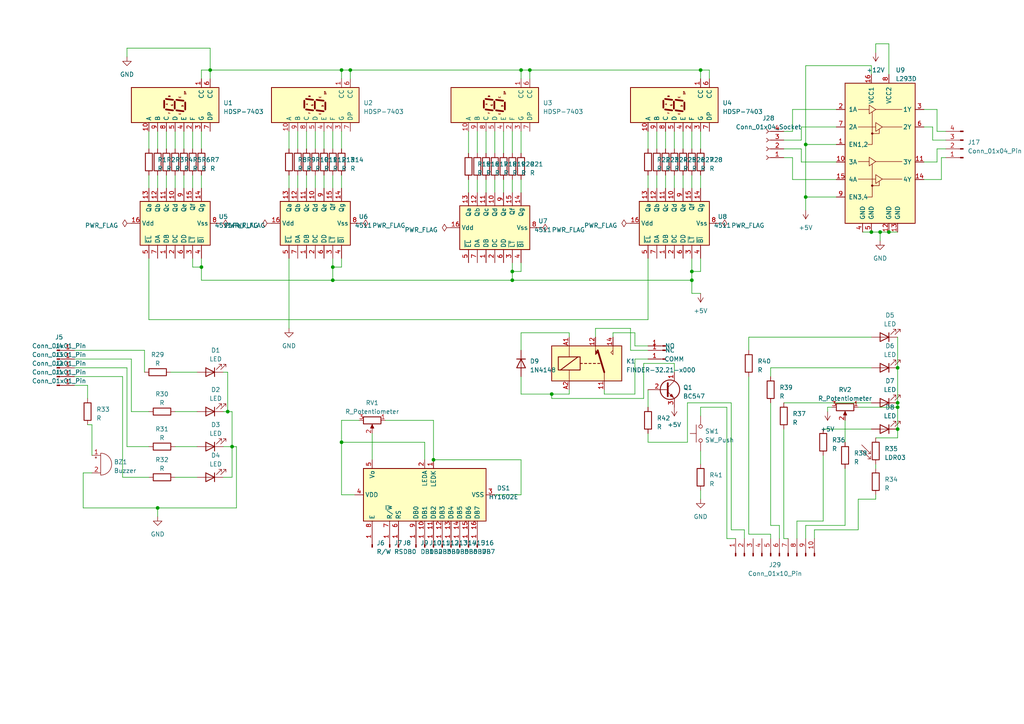
<source format=kicad_sch>
(kicad_sch (version 20230121) (generator eeschema)
  (paper "A4")
  (lib_symbols
    (symbol "4xxx_IEEE:4511"
      (property "Reference" "U" (at 8.89 11.43 0))
      (property "Value" "4511" (at 8.89 -11.43 0))
      (symbol "4511_1_1"
        (pin input line (at -10.16 2.54 0) (length 3.81) (name "DB") (number "1"))
        (pin output line (at 10.16 0 180) (length 3.81) (name "Qd") (number "10"))
        (pin output line (at 10.16 2.54 180) (length 3.81) (name "Qc") (number "11"))
        (pin output line (at 10.16 5.08 180) (length 3.81) (name "Qb") (number "12"))
        (pin output line (at 10.16 7.62 180) (length 3.81) (name "Qa") (number "13"))
        (pin output line (at 10.16 -7.62 180) (length 3.81) (name "Qg") (number "14"))
        (pin output line (at 10.16 -5.08 180) (length 3.81) (name "Qf") (number "15"))
        (pin power_in line (at 0 12.7 270) (length 2.54) (name "Vdd") (number "16"))
        (pin input line (at -10.16 0 0) (length 3.81) (name "DC") (number "2"))
        (pin input line (at -10.16 -5.08 0) (length 3.81) (name "~{LT}") (number "3"))
        (pin input line (at -10.16 -7.62 0) (length 3.81) (name "~{BI}") (number "4"))
        (pin input line (at -10.16 7.62 0) (length 3.81) (name "~{EL}") (number "5"))
        (pin input line (at -10.16 -2.54 0) (length 3.81) (name "DD") (number "6"))
        (pin input line (at -10.16 5.08 0) (length 3.81) (name "DA") (number "7"))
        (pin power_in line (at 0 -12.7 90) (length 2.54) (name "Vss") (number "8"))
        (pin output line (at 10.16 -2.54 180) (length 3.81) (name "Qe") (number "9"))
      )
    )
    (symbol "Connector:Conn_01x01_Pin" (pin_names (offset 1.016) hide)
      (property "Reference" "J" (at 0 2.54 0))
      (property "Value" "Conn_01x01_Pin" (at 0 -2.54 0))
      (symbol "Conn_01x01_Pin_1_1"
        (pin passive line (at 5.08 0 180) (length 3.81) (name "Pin_1") (number "1"))
      )
    )
    (symbol "Connector:Conn_01x04_Pin" (pin_names (offset 1.016) hide)
      (property "Reference" "J" (at 0 5.08 0))
      (property "Value" "Conn_01x04_Pin" (at 0 -7.62 0))
      (symbol "Conn_01x04_Pin_1_1"
        (pin passive line (at 5.08 2.54 180) (length 3.81) (name "Pin_1") (number "1"))
        (pin passive line (at 5.08 0 180) (length 3.81) (name "Pin_2") (number "2"))
        (pin passive line (at 5.08 -2.54 180) (length 3.81) (name "Pin_3") (number "3"))
        (pin passive line (at 5.08 -5.08 180) (length 3.81) (name "Pin_4") (number "4"))
      )
    )
    (symbol "Connector:Conn_01x04_Socket" (pin_names (offset 1.016) hide)
      (property "Reference" "J" (at 0 5.08 0))
      (property "Value" "Conn_01x04_Socket" (at 0 -7.62 0))
      (symbol "Conn_01x04_Socket_1_1"
        (pin passive line (at -5.08 2.54 0) (length 3.81) (name "Pin_1") (number "1"))
        (pin passive line (at -5.08 0 0) (length 3.81) (name "Pin_2") (number "2"))
        (pin passive line (at -5.08 -2.54 0) (length 3.81) (name "Pin_3") (number "3"))
        (pin passive line (at -5.08 -5.08 0) (length 3.81) (name "Pin_4") (number "4"))
      )
    )
    (symbol "Connector:Conn_01x10_Pin" (pin_names (offset 1.016) hide)
      (property "Reference" "J" (at 0 12.7 0))
      (property "Value" "Conn_01x10_Pin" (at 0 -15.24 0))
      (symbol "Conn_01x10_Pin_1_1"
        (pin passive line (at 5.08 10.16 180) (length 3.81) (name "Pin_1") (number "1"))
        (pin passive line (at 5.08 -12.7 180) (length 3.81) (name "Pin_10") (number "10"))
        (pin passive line (at 5.08 7.62 180) (length 3.81) (name "Pin_2") (number "2"))
        (pin passive line (at 5.08 5.08 180) (length 3.81) (name "Pin_3") (number "3"))
        (pin passive line (at 5.08 2.54 180) (length 3.81) (name "Pin_4") (number "4"))
        (pin passive line (at 5.08 0 180) (length 3.81) (name "Pin_5") (number "5"))
        (pin passive line (at 5.08 -2.54 180) (length 3.81) (name "Pin_6") (number "6"))
        (pin passive line (at 5.08 -5.08 180) (length 3.81) (name "Pin_7") (number "7"))
        (pin passive line (at 5.08 -7.62 180) (length 3.81) (name "Pin_8") (number "8"))
        (pin passive line (at 5.08 -10.16 180) (length 3.81) (name "Pin_9") (number "9"))
      )
    )
    (symbol "Device:Buzzer" (pin_names (offset 0.0254) hide)
      (property "Reference" "BZ" (at 3.81 1.27 0))
      (property "Value" "Buzzer" (at 3.81 -1.27 0))
      (symbol "Buzzer_1_1"
        (pin passive line (at -2.54 2.54 0) (length 2.54) (name "-") (number "1"))
        (pin passive line (at -2.54 -2.54 0) (length 2.54) (name "+") (number "2"))
      )
    )
    (symbol "Device:LED" (pin_numbers hide) (pin_names (offset 1.016) hide)
      (property "Reference" "D" (at 0 2.54 0))
      (property "Value" "LED" (at 0 -2.54 0))
      (symbol "LED_1_1"
        (pin passive line (at -3.81 0 0) (length 2.54) (name "K") (number "1"))
        (pin passive line (at 3.81 0 180) (length 2.54) (name "A") (number "2"))
      )
    )
    (symbol "Device:R" (pin_numbers hide) (pin_names (offset 0))
      (property "Reference" "R" (at 2.032 0 90))
      (property "Value" "R" (at 0 0 90))
      (symbol "R_1_1"
        (pin passive line (at 0 3.81 270) (length 1.27) (name "~") (number "1"))
        (pin passive line (at 0 -3.81 90) (length 1.27) (name "~") (number "2"))
      )
    )
    (symbol "Device:R_Potentiometer" (pin_names (offset 1.016) hide)
      (property "Reference" "RV" (at -4.445 0 90))
      (property "Value" "R_Potentiometer" (at -2.54 0 90))
      (symbol "R_Potentiometer_1_1"
        (pin passive line (at 0 3.81 270) (length 1.27) (name "1") (number "1"))
        (pin passive line (at 3.81 0 180) (length 1.27) (name "2") (number "2"))
        (pin passive line (at 0 -3.81 90) (length 1.27) (name "3") (number "3"))
      )
    )
    (symbol "Diode:1N4148" (pin_numbers hide) (pin_names hide)
      (property "Reference" "D" (at 0 2.54 0))
      (property "Value" "1N4148" (at 0 -2.54 0))
      (symbol "1N4148_1_1"
        (pin passive line (at -3.81 0 0) (length 2.54) (name "K") (number "1"))
        (pin passive line (at 3.81 0 180) (length 2.54) (name "A") (number "2"))
      )
    )
    (symbol "Display_Character:HDSP-7403"
      (property "Reference" "U" (at -3.81 13.97 0))
      (property "Value" "HDSP-7403" (at 6.35 13.97 0))
      (symbol "HDSP-7403_1_0"
        (text "A" (at 0.254 2.413 0) (effects (font (size 0.508 0.508))))
        (text "B" (at 2.54 1.651 0) (effects (font (size 0.508 0.508))))
        (text "C" (at 2.286 -1.397 0) (effects (font (size 0.508 0.508))))
        (text "D" (at -0.254 -2.159 0) (effects (font (size 0.508 0.508))))
        (text "DP" (at 3.556 -2.921 0) (effects (font (size 0.508 0.508))))
        (text "E" (at -2.54 -1.397 0) (effects (font (size 0.508 0.508))))
        (text "F" (at -2.286 1.651 0) (effects (font (size 0.508 0.508))))
        (text "G" (at 0 0.889 0) (effects (font (size 0.508 0.508))))
      )
      (symbol "HDSP-7403_1_1"
        (pin input line (at 7.62 -7.62 180) (length 2.54) (name "CC") (number "1"))
        (pin input line (at -7.62 7.62 0) (length 2.54) (name "A") (number "10"))
        (pin input line (at -7.62 -5.08 0) (length 2.54) (name "F") (number "2"))
        (pin input line (at -7.62 -7.62 0) (length 2.54) (name "G") (number "3"))
        (pin input line (at -7.62 -2.54 0) (length 2.54) (name "E") (number "4"))
        (pin input line (at -7.62 0 0) (length 2.54) (name "D") (number "5"))
        (pin input line (at 7.62 -10.16 180) (length 2.54) (name "CC") (number "6"))
        (pin input line (at -7.62 -10.16 0) (length 2.54) (name "DP") (number "7"))
        (pin input line (at -7.62 2.54 0) (length 2.54) (name "C") (number "8"))
        (pin input line (at -7.62 5.08 0) (length 2.54) (name "B") (number "9"))
      )
    )
    (symbol "Display_Character:HY1602E"
      (property "Reference" "DS" (at -6.096 19.05 0))
      (property "Value" "HY1602E" (at 5.08 19.05 0))
      (symbol "HY1602E_1_1"
        (pin passive line (at 10.16 -2.54 180) (length 2.54) (name "LEDK") (number "1"))
        (pin bidirectional line (at -10.16 0 0) (length 2.54) (name "DB1") (number "10"))
        (pin bidirectional line (at -10.16 -2.54 0) (length 2.54) (name "DB2") (number "11"))
        (pin bidirectional line (at -10.16 -5.08 0) (length 2.54) (name "DB3") (number "12"))
        (pin bidirectional line (at -10.16 -7.62 0) (length 2.54) (name "DB4") (number "13"))
        (pin bidirectional line (at -10.16 -10.16 0) (length 2.54) (name "DB5") (number "14"))
        (pin bidirectional line (at -10.16 -12.7 0) (length 2.54) (name "DB6") (number "15"))
        (pin bidirectional line (at -10.16 -15.24 0) (length 2.54) (name "DB7") (number "16"))
        (pin passive line (at 10.16 0 180) (length 2.54) (name "LEDA") (number "2"))
        (pin power_in line (at 0 -20.32 90) (length 2.54) (name "VSS") (number "3"))
        (pin power_in line (at 0 20.32 270) (length 2.54) (name "VDD") (number "4"))
        (pin input line (at 10.16 15.24 180) (length 2.54) (name "Vo") (number "5"))
        (pin input line (at -10.16 7.62 0) (length 2.54) (name "RS") (number "6"))
        (pin input line (at -10.16 10.16 0) (length 2.54) (name "R/~{W}") (number "7"))
        (pin input line (at -10.16 15.24 0) (length 2.54) (name "E") (number "8"))
        (pin bidirectional line (at -10.16 2.54 0) (length 2.54) (name "DB0") (number "9"))
      )
    )
    (symbol "Driver_Motor:L293D" (pin_names (offset 1.016))
      (property "Reference" "U" (at -5.08 26.035 0))
      (property "Value" "L293D" (at -5.08 24.13 0))
      (symbol "L293D_1_1"
        (pin input line (at -12.7 5.08 0) (length 2.54) (name "EN1,2") (number "1"))
        (pin input line (at -12.7 0 0) (length 2.54) (name "3A") (number "10"))
        (pin output line (at 12.7 0 180) (length 2.54) (name "3Y") (number "11"))
        (pin power_in line (at 2.54 -20.32 90) (length 2.54) (name "GND") (number "12"))
        (pin power_in line (at 5.08 -20.32 90) (length 2.54) (name "GND") (number "13"))
        (pin output line (at 12.7 -5.08 180) (length 2.54) (name "4Y") (number "14"))
        (pin input line (at -12.7 -5.08 0) (length 2.54) (name "4A") (number "15"))
        (pin power_in line (at -2.54 25.4 270) (length 2.54) (name "VCC1") (number "16"))
        (pin input line (at -12.7 15.24 0) (length 2.54) (name "1A") (number "2"))
        (pin output line (at 12.7 15.24 180) (length 2.54) (name "1Y") (number "3"))
        (pin power_in line (at -5.08 -20.32 90) (length 2.54) (name "GND") (number "4"))
        (pin power_in line (at -2.54 -20.32 90) (length 2.54) (name "GND") (number "5"))
        (pin output line (at 12.7 10.16 180) (length 2.54) (name "2Y") (number "6"))
        (pin input line (at -12.7 10.16 0) (length 2.54) (name "2A") (number "7"))
        (pin power_in line (at 2.54 25.4 270) (length 2.54) (name "VCC2") (number "8"))
        (pin input line (at -12.7 -10.16 0) (length 2.54) (name "EN3,4") (number "9"))
      )
    )
    (symbol "Relay:FINDER-32.21-x000"
      (property "Reference" "K" (at 11.43 3.81 0))
      (property "Value" "FINDER-32.21-x000" (at 11.43 1.27 0))
      (symbol "FINDER-32.21-x000_1_1"
        (pin passive line (at 5.08 -7.62 90) (length 2.54) (name "~") (number "11"))
        (pin passive line (at 2.54 7.62 270) (length 2.54) (name "~") (number "12"))
        (pin passive line (at 7.62 7.62 270) (length 2.54) (name "~") (number "14"))
        (pin passive line (at -5.08 7.62 270) (length 2.54) (name "~") (number "A1"))
        (pin passive line (at -5.08 -7.62 90) (length 2.54) (name "~") (number "A2"))
      )
    )
    (symbol "Sensor_Optical:LDR03" (pin_numbers hide) (pin_names (offset 0))
      (property "Reference" "R" (at -5.08 0 90))
      (property "Value" "LDR03" (at 1.905 0 90))
      (symbol "LDR03_1_1"
        (pin passive line (at 0 3.81 270) (length 1.27) (name "~") (number "1"))
        (pin passive line (at 0 -3.81 90) (length 1.27) (name "~") (number "2"))
      )
    )
    (symbol "Switch:SW_Push" (pin_numbers hide) (pin_names (offset 1.016) hide)
      (property "Reference" "SW" (at 1.27 2.54 0))
      (property "Value" "SW_Push" (at 0 -1.524 0))
      (symbol "SW_Push_0_1"
        (pin passive line (at -5.08 0 0) (length 2.54) (name "1") (number "1"))
        (pin passive line (at 5.08 0 180) (length 2.54) (name "2") (number "2"))
      )
    )
    (symbol "Transistor_BJT:BC547" (pin_names (offset 0) hide)
      (property "Reference" "Q" (at 5.08 1.905 0))
      (property "Value" "BC547" (at 5.08 0 0))
      (symbol "BC547_1_1"
        (pin passive line (at 2.54 5.08 270) (length 2.54) (name "C") (number "1"))
        (pin input line (at -5.08 0 0) (length 5.08) (name "B") (number "2"))
        (pin passive line (at 2.54 -5.08 90) (length 2.54) (name "E") (number "3"))
      )
    )
    (symbol "power:+12V" (power) (pin_names (offset 0))
      (property "Value" "+12V" (at 0 3.556 0))
      (symbol "+12V_1_1"
        (pin power_in line (at 0 0 90) (length 0) hide (name "+12V") (number "1"))
      )
    )
    (symbol "power:+5V" (power) (pin_names (offset 0))
      (property "Value" "+5V" (at 0 3.556 0))
      (symbol "+5V_1_1"
        (pin power_in line (at 0 0 90) (length 0) hide (name "+5V") (number "1"))
      )
    )
    (symbol "power:GND" (power) (pin_names (offset 0))
      (property "Value" "GND" (at 0 -3.81 0))
      (symbol "GND_1_1"
        (pin power_in line (at 0 0 270) (length 0) hide (name "GND") (number "1"))
      )
    )
    (symbol "power:PWR_FLAG" (power) (pin_numbers hide) (pin_names (offset 0) hide)
      (property "Value" "PWR_FLAG" (at 0 3.81 0))
      (symbol "PWR_FLAG_0_0"
        (pin power_out line (at 0 0 90) (length 0) (name "pwr") (number "1"))
      )
    )
  )
  (junction (at 125.73 133.35))
  (junction (at 203.2 20.32))
  (junction (at 101.6 20.32))
  (junction (at 260.35 116.84))
  (junction (at 96.52 77.47))
  (junction (at 151.13 20.32))
  (junction (at 96.52 81.28))
  (junction (at 66.04 119.38))
  (junction (at 257.81 67.31))
  (junction (at 200.66 81.28))
  (junction (at 148.59 78.74))
  (junction (at 233.68 41.91))
  (junction (at 160.02 114.3))
  (junction (at 60.96 20.32))
  (junction (at 260.35 118.11))
  (junction (at 200.66 78.74))
  (junction (at 99.06 128.27))
  (junction (at 252.73 67.31))
  (junction (at 260.35 106.68))
  (junction (at 233.68 57.15))
  (junction (at 58.42 77.47))
  (junction (at 260.35 124.46))
  (junction (at 45.72 147.32))
  (junction (at 255.27 67.31))
  (junction (at 99.06 20.32))
  (junction (at 153.67 20.32))
  (junction (at 148.59 81.28))
  (junction (at 67.31 129.54))
  (wire (pts (xy 21.59 104.14) (xy 38.1 104.14)))
  (wire (pts (xy 55.88 74.93) (xy 55.88 77.47)))
  (wire (pts (xy 123.19 133.35) (xy 123.19 128.27)))
  (wire (pts (xy 260.35 116.84) (xy 260.35 118.11)))
  (wire (pts (xy 200.66 81.28) (xy 200.66 85.09)))
  (wire (pts (xy 60.96 20.32) (xy 60.96 22.86)))
  (wire (pts (xy 160.02 114.3) (xy 165.1 114.3)))
  (wire (pts (xy 233.68 57.15) (xy 242.57 57.15)))
  (wire (pts (xy 67.31 129.54) (xy 67.31 138.43)))
  (wire (pts (xy 60.96 13.97) (xy 60.96 20.32)))
  (wire (pts (xy 48.26 38.1) (xy 48.26 43.18)))
  (wire (pts (xy 143.51 143.51) (xy 151.13 143.51)))
  (wire (pts (xy 187.96 74.93) (xy 187.96 92.71)))
  (wire (pts (xy 210.82 156.21) (xy 213.36 156.21)))
  (wire (pts (xy 271.78 46.99) (xy 271.78 43.18)))
  (wire (pts (xy 43.18 50.8) (xy 43.18 54.61)))
  (wire (pts (xy 45.72 50.8) (xy 45.72 54.61)))
  (wire (pts (xy 186.69 115.57) (xy 160.02 115.57)))
  (wire (pts (xy 45.72 38.1) (xy 45.72 43.18)))
  (wire (pts (xy 135.89 38.1) (xy 135.89 44.45)))
  (wire (pts (xy 200.66 50.8) (xy 200.66 54.61)))
  (wire (pts (xy 50.8 50.8) (xy 50.8 54.61)))
  (wire (pts (xy 64.77 138.43) (xy 67.31 138.43)))
  (wire (pts (xy 148.59 52.07) (xy 148.59 55.88)))
  (wire (pts (xy 177.8 96.52) (xy 184.15 96.52)))
  (wire (pts (xy 96.52 77.47) (xy 96.52 81.28)))
  (wire (pts (xy 223.52 109.22) (xy 223.52 106.68)))
  (wire (pts (xy 270.51 40.64) (xy 274.32 40.64)))
  (wire (pts (xy 203.2 120.65) (xy 203.2 118.11)))
  (wire (pts (xy 58.42 50.8) (xy 58.42 54.61)))
  (wire (pts (xy 151.13 133.35) (xy 125.73 133.35)))
  (wire (pts (xy 227.33 124.46) (xy 227.33 156.21)))
  (wire (pts (xy 184.15 104.14) (xy 187.96 104.14)))
  (wire (pts (xy 58.42 20.32) (xy 60.96 20.32)))
  (wire (pts (xy 227.33 45.72) (xy 229.87 45.72)))
  (wire (pts (xy 91.44 50.8) (xy 91.44 54.61)))
  (wire (pts (xy 21.59 106.68) (xy 36.83 106.68)))
  (wire (pts (xy 24.13 137.16) (xy 24.13 147.32)))
  (wire (pts (xy 64.77 129.54) (xy 67.31 129.54)))
  (wire (pts (xy 88.9 50.8) (xy 88.9 54.61)))
  (wire (pts (xy 184.15 100.33) (xy 187.96 100.33)))
  (wire (pts (xy 271.78 43.18) (xy 274.32 43.18)))
  (wire (pts (xy 99.06 50.8) (xy 99.06 54.61)))
  (wire (pts (xy 200.66 85.09) (xy 203.2 85.09)))
  (wire (pts (xy 151.13 38.1) (xy 151.13 44.45)))
  (wire (pts (xy 182.88 101.6) (xy 187.96 101.6)))
  (wire (pts (xy 203.2 74.93) (xy 203.2 78.74)))
  (wire (pts (xy 36.83 129.54) (xy 36.83 106.68)))
  (wire (pts (xy 257.81 67.31) (xy 260.35 67.31)))
  (wire (pts (xy 96.52 38.1) (xy 96.52 43.18)))
  (wire (pts (xy 186.69 105.41) (xy 186.69 115.57)))
  (wire (pts (xy 135.89 52.07) (xy 135.89 55.88)))
  (wire (pts (xy 184.15 114.3) (xy 184.15 104.14)))
  (wire (pts (xy 21.59 101.6) (xy 41.91 101.6)))
  (wire (pts (xy 184.15 96.52) (xy 184.15 100.33)))
  (wire (pts (xy 227.33 40.64) (xy 232.41 40.64)))
  (wire (pts (xy 254 134.62) (xy 254 135.89)))
  (wire (pts (xy 199.39 128.27) (xy 199.39 116.84)))
  (wire (pts (xy 165.1 114.3) (xy 165.1 113.03)))
  (wire (pts (xy 93.98 38.1) (xy 93.98 43.18)))
  (wire (pts (xy 64.77 119.38) (xy 66.04 119.38)))
  (wire (pts (xy 21.59 111.76) (xy 25.4 111.76)))
  (wire (pts (xy 99.06 74.93) (xy 99.06 77.47)))
  (wire (pts (xy 198.12 50.8) (xy 198.12 54.61)))
  (wire (pts (xy 35.56 138.43) (xy 35.56 109.22)))
  (wire (pts (xy 238.76 132.08) (xy 238.76 151.13)))
  (wire (pts (xy 38.1 119.38) (xy 38.1 104.14)))
  (wire (pts (xy 151.13 20.32) (xy 153.67 20.32)))
  (wire (pts (xy 217.17 109.22) (xy 217.17 154.94)))
  (wire (pts (xy 252.73 21.59) (xy 252.73 19.05)))
  (wire (pts (xy 64.77 107.95) (xy 66.04 107.95)))
  (wire (pts (xy 148.59 78.74) (xy 148.59 81.28)))
  (wire (pts (xy 43.18 92.71) (xy 43.18 74.93)))
  (wire (pts (xy 226.06 152.4) (xy 226.06 156.21)))
  (wire (pts (xy 151.13 20.32) (xy 151.13 22.86)))
  (wire (pts (xy 58.42 38.1) (xy 58.42 43.18)))
  (wire (pts (xy 43.18 129.54) (xy 36.83 129.54)))
  (wire (pts (xy 250.19 67.31) (xy 252.73 67.31)))
  (wire (pts (xy 233.68 57.15) (xy 233.68 60.96)))
  (wire (pts (xy 187.96 113.03) (xy 187.96 118.11)))
  (wire (pts (xy 227.33 43.18) (xy 232.41 43.18)))
  (wire (pts (xy 99.06 143.51) (xy 102.87 143.51)))
  (wire (pts (xy 203.2 118.11) (xy 210.82 118.11)))
  (wire (pts (xy 245.11 152.4) (xy 233.68 152.4)))
  (wire (pts (xy 151.13 114.3) (xy 160.02 114.3)))
  (wire (pts (xy 55.88 50.8) (xy 55.88 54.61)))
  (wire (pts (xy 58.42 74.93) (xy 58.42 77.47)))
  (wire (pts (xy 199.39 116.84) (xy 212.09 116.84)))
  (wire (pts (xy 66.04 107.95) (xy 66.04 119.38)))
  (wire (pts (xy 53.34 38.1) (xy 53.34 43.18)))
  (wire (pts (xy 50.8 129.54) (xy 57.15 129.54)))
  (wire (pts (xy 229.87 31.75) (xy 229.87 38.1)))
  (wire (pts (xy 203.2 78.74) (xy 200.66 78.74)))
  (wire (pts (xy 260.35 124.46) (xy 260.35 127)))
  (wire (pts (xy 50.8 138.43) (xy 57.15 138.43)))
  (wire (pts (xy 260.35 106.68) (xy 260.35 116.84)))
  (wire (pts (xy 252.73 19.05) (xy 233.68 19.05)))
  (wire (pts (xy 177.8 97.79) (xy 177.8 96.52)))
  (wire (pts (xy 67.31 129.54) (xy 68.58 129.54)))
  (wire (pts (xy 212.09 153.67) (xy 215.9 153.67)))
  (wire (pts (xy 187.96 128.27) (xy 199.39 128.27)))
  (wire (pts (xy 254 12.7) (xy 254 15.24)))
  (wire (pts (xy 217.17 97.79) (xy 217.17 101.6)))
  (wire (pts (xy 151.13 101.6) (xy 151.13 96.52)))
  (wire (pts (xy 260.35 118.11) (xy 260.35 124.46)))
  (wire (pts (xy 267.97 46.99) (xy 271.78 46.99)))
  (wire (pts (xy 257.81 21.59) (xy 257.81 12.7)))
  (wire (pts (xy 83.82 74.93) (xy 83.82 95.25)))
  (wire (pts (xy 223.52 116.84) (xy 223.52 152.4)))
  (wire (pts (xy 146.05 52.07) (xy 146.05 55.88)))
  (wire (pts (xy 260.35 97.79) (xy 260.35 106.68)))
  (wire (pts (xy 138.43 52.07) (xy 138.43 55.88)))
  (wire (pts (xy 242.57 36.83) (xy 232.41 36.83)))
  (wire (pts (xy 233.68 41.91) (xy 242.57 41.91)))
  (wire (pts (xy 231.14 151.13) (xy 231.14 156.21)))
  (wire (pts (xy 111.76 121.92) (xy 125.73 121.92)))
  (wire (pts (xy 203.2 130.81) (xy 203.2 134.62)))
  (wire (pts (xy 203.2 20.32) (xy 205.74 20.32)))
  (wire (pts (xy 83.82 38.1) (xy 83.82 43.18)))
  (wire (pts (xy 104.14 121.92) (xy 99.06 121.92)))
  (wire (pts (xy 165.1 96.52) (xy 165.1 97.79)))
  (wire (pts (xy 233.68 19.05) (xy 233.68 41.91)))
  (wire (pts (xy 175.26 114.3) (xy 184.15 114.3)))
  (wire (pts (xy 242.57 52.07) (xy 229.87 52.07)))
  (wire (pts (xy 271.78 38.1) (xy 274.32 38.1)))
  (wire (pts (xy 148.59 81.28) (xy 200.66 81.28)))
  (wire (pts (xy 36.83 13.97) (xy 60.96 13.97)))
  (wire (pts (xy 83.82 50.8) (xy 83.82 54.61)))
  (wire (pts (xy 260.35 127) (xy 254 127)))
  (wire (pts (xy 257.81 12.7) (xy 254 12.7)))
  (wire (pts (xy 182.88 95.25) (xy 182.88 101.6)))
  (wire (pts (xy 252.73 67.31) (xy 255.27 67.31)))
  (wire (pts (xy 50.8 119.38) (xy 57.15 119.38)))
  (wire (pts (xy 270.51 36.83) (xy 270.51 40.64)))
  (wire (pts (xy 66.04 119.38) (xy 67.31 119.38)))
  (wire (pts (xy 96.52 50.8) (xy 96.52 54.61)))
  (wire (pts (xy 236.22 153.67) (xy 236.22 156.21)))
  (wire (pts (xy 195.58 50.8) (xy 195.58 54.61)))
  (wire (pts (xy 99.06 20.32) (xy 101.6 20.32)))
  (wire (pts (xy 99.06 20.32) (xy 99.06 22.86)))
  (wire (pts (xy 58.42 77.47) (xy 58.42 81.28)))
  (wire (pts (xy 255.27 67.31) (xy 255.27 69.85)))
  (wire (pts (xy 227.33 116.84) (xy 252.73 116.84)))
  (wire (pts (xy 172.72 97.79) (xy 172.72 95.25)))
  (wire (pts (xy 195.58 105.41) (xy 186.69 105.41)))
  (wire (pts (xy 43.18 138.43) (xy 35.56 138.43)))
  (wire (pts (xy 245.11 121.92) (xy 245.11 128.27)))
  (wire (pts (xy 86.36 38.1) (xy 86.36 43.18)))
  (wire (pts (xy 267.97 52.07) (xy 273.05 52.07)))
  (wire (pts (xy 175.26 113.03) (xy 175.26 114.3)))
  (wire (pts (xy 148.59 38.1) (xy 148.59 44.45)))
  (wire (pts (xy 43.18 119.38) (xy 38.1 119.38)))
  (wire (pts (xy 248.92 118.11) (xy 260.35 118.11)))
  (wire (pts (xy 48.26 50.8) (xy 48.26 54.61)))
  (wire (pts (xy 172.72 95.25) (xy 182.88 95.25)))
  (wire (pts (xy 238.76 124.46) (xy 252.73 124.46)))
  (wire (pts (xy 254 143.51) (xy 254 144.78)))
  (wire (pts (xy 140.97 38.1) (xy 140.97 44.45)))
  (wire (pts (xy 151.13 96.52) (xy 165.1 96.52)))
  (wire (pts (xy 193.04 50.8) (xy 193.04 54.61)))
  (wire (pts (xy 96.52 74.93) (xy 96.52 77.47)))
  (wire (pts (xy 200.66 74.93) (xy 200.66 78.74)))
  (wire (pts (xy 242.57 46.99) (xy 232.41 46.99)))
  (wire (pts (xy 223.52 106.68) (xy 252.73 106.68)))
  (wire (pts (xy 242.57 31.75) (xy 229.87 31.75)))
  (wire (pts (xy 223.52 154.94) (xy 217.17 154.94)))
  (wire (pts (xy 187.96 50.8) (xy 187.96 54.61)))
  (wire (pts (xy 53.34 50.8) (xy 53.34 54.61)))
  (wire (pts (xy 271.78 31.75) (xy 271.78 38.1)))
  (wire (pts (xy 241.3 118.11) (xy 240.03 118.11)))
  (wire (pts (xy 99.06 38.1) (xy 99.06 43.18)))
  (wire (pts (xy 143.51 38.1) (xy 143.51 44.45)))
  (wire (pts (xy 160.02 115.57) (xy 160.02 114.3)))
  (wire (pts (xy 187.96 92.71) (xy 43.18 92.71)))
  (wire (pts (xy 55.88 77.47) (xy 58.42 77.47)))
  (wire (pts (xy 101.6 20.32) (xy 151.13 20.32)))
  (wire (pts (xy 248.92 144.78) (xy 248.92 153.67)))
  (wire (pts (xy 229.87 38.1) (xy 227.33 38.1)))
  (wire (pts (xy 91.44 38.1) (xy 91.44 43.18)))
  (wire (pts (xy 96.52 81.28) (xy 148.59 81.28)))
  (wire (pts (xy 203.2 20.32) (xy 203.2 22.86)))
  (wire (pts (xy 205.74 20.32) (xy 205.74 22.86)))
  (wire (pts (xy 248.92 153.67) (xy 236.22 153.67)))
  (wire (pts (xy 232.41 46.99) (xy 232.41 43.18)))
  (wire (pts (xy 232.41 36.83) (xy 232.41 40.64)))
  (wire (pts (xy 107.95 125.73) (xy 107.95 133.35)))
  (wire (pts (xy 101.6 20.32) (xy 101.6 22.86)))
  (wire (pts (xy 151.13 78.74) (xy 148.59 78.74)))
  (wire (pts (xy 26.67 123.19) (xy 25.4 123.19)))
  (wire (pts (xy 187.96 38.1) (xy 187.96 43.18)))
  (wire (pts (xy 195.58 38.1) (xy 195.58 43.18)))
  (wire (pts (xy 267.97 31.75) (xy 271.78 31.75)))
  (wire (pts (xy 215.9 153.67) (xy 215.9 156.21)))
  (wire (pts (xy 151.13 76.2) (xy 151.13 78.74)))
  (wire (pts (xy 212.09 116.84) (xy 212.09 153.67)))
  (wire (pts (xy 99.06 121.92) (xy 99.06 128.27)))
  (wire (pts (xy 233.68 152.4) (xy 233.68 156.21)))
  (wire (pts (xy 45.72 147.32) (xy 45.72 149.86)))
  (wire (pts (xy 273.05 52.07) (xy 273.05 45.72)))
  (wire (pts (xy 240.03 118.11) (xy 240.03 119.38)))
  (wire (pts (xy 26.67 132.08) (xy 26.67 123.19)))
  (wire (pts (xy 153.67 20.32) (xy 203.2 20.32)))
  (wire (pts (xy 210.82 118.11) (xy 210.82 156.21)))
  (wire (pts (xy 254 144.78) (xy 248.92 144.78)))
  (wire (pts (xy 25.4 115.57) (xy 25.4 111.76)))
  (wire (pts (xy 223.52 156.21) (xy 223.52 154.94)))
  (wire (pts (xy 151.13 52.07) (xy 151.13 55.88)))
  (wire (pts (xy 203.2 142.24) (xy 203.2 144.78)))
  (wire (pts (xy 229.87 52.07) (xy 229.87 45.72)))
  (wire (pts (xy 50.8 38.1) (xy 50.8 43.18)))
  (wire (pts (xy 58.42 81.28) (xy 96.52 81.28)))
  (wire (pts (xy 148.59 76.2) (xy 148.59 78.74)))
  (wire (pts (xy 49.53 107.95) (xy 57.15 107.95)))
  (wire (pts (xy 151.13 109.22) (xy 151.13 114.3)))
  (wire (pts (xy 200.66 38.1) (xy 200.66 43.18)))
  (wire (pts (xy 138.43 38.1) (xy 138.43 44.45)))
  (wire (pts (xy 273.05 45.72) (xy 274.32 45.72)))
  (wire (pts (xy 60.96 20.32) (xy 99.06 20.32)))
  (wire (pts (xy 36.83 16.51) (xy 36.83 13.97)))
  (wire (pts (xy 190.5 38.1) (xy 190.5 43.18)))
  (wire (pts (xy 45.72 147.32) (xy 68.58 147.32)))
  (wire (pts (xy 24.13 147.32) (xy 45.72 147.32)))
  (wire (pts (xy 86.36 50.8) (xy 86.36 54.61)))
  (wire (pts (xy 200.66 78.74) (xy 200.66 81.28)))
  (wire (pts (xy 198.12 38.1) (xy 198.12 43.18)))
  (wire (pts (xy 153.67 20.32) (xy 153.67 22.86)))
  (wire (pts (xy 203.2 50.8) (xy 203.2 54.61)))
  (wire (pts (xy 223.52 152.4) (xy 226.06 152.4)))
  (wire (pts (xy 43.18 38.1) (xy 43.18 43.18)))
  (wire (pts (xy 68.58 147.32) (xy 68.58 129.54)))
  (wire (pts (xy 195.58 107.95) (xy 195.58 105.41)))
  (wire (pts (xy 93.98 50.8) (xy 93.98 54.61)))
  (wire (pts (xy 21.59 109.22) (xy 35.56 109.22)))
  (wire (pts (xy 99.06 77.47) (xy 96.52 77.47)))
  (wire (pts (xy 88.9 38.1) (xy 88.9 43.18)))
  (wire (pts (xy 58.42 20.32) (xy 58.42 22.86)))
  (wire (pts (xy 151.13 143.51) (xy 151.13 133.35)))
  (wire (pts (xy 146.05 38.1) (xy 146.05 44.45)))
  (wire (pts (xy 99.06 128.27) (xy 99.06 143.51)))
  (wire (pts (xy 140.97 52.07) (xy 140.97 55.88)))
  (wire (pts (xy 193.04 38.1) (xy 193.04 43.18)))
  (wire (pts (xy 99.06 128.27) (xy 123.19 128.27)))
  (wire (pts (xy 245.11 135.89) (xy 245.11 152.4)))
  (wire (pts (xy 41.91 107.95) (xy 41.91 101.6)))
  (wire (pts (xy 227.33 156.21) (xy 228.6 156.21)))
  (wire (pts (xy 252.73 97.79) (xy 217.17 97.79)))
  (wire (pts (xy 187.96 125.73) (xy 187.96 128.27)))
  (wire (pts (xy 125.73 121.92) (xy 125.73 133.35)))
  (wire (pts (xy 238.76 151.13) (xy 231.14 151.13)))
  (wire (pts (xy 255.27 67.31) (xy 257.81 67.31)))
  (wire (pts (xy 55.88 38.1) (xy 55.88 43.18)))
  (wire (pts (xy 143.51 52.07) (xy 143.51 55.88)))
  (wire (pts (xy 233.68 41.91) (xy 233.68 57.15)))
  (wire (pts (xy 190.5 50.8) (xy 190.5 54.61)))
  (wire (pts (xy 267.97 36.83) (xy 270.51 36.83)))
  (wire (pts (xy 203.2 38.1) (xy 203.2 43.18)))
  (wire (pts (xy 26.67 137.16) (xy 24.13 137.16)))
  (wire (pts (xy 67.31 119.38) (xy 67.31 129.54)))
  (symbol (lib_id "power:PWR_FLAG") (at 182.88 64.77 90) (unit 1)
    (property "Reference" "#FLG07" (effects hide))
    (property "Value" "PWR_FLAG" (at 179.07 65.405 90) (effects (justify left)))
  )
  (symbol (lib_id "power:PWR_FLAG") (at 156.21 66.04 270) (unit 1)
    (property "Reference" "#FLG05" (effects hide))
    (property "Value" "PWR_FLAG" (at 160.02 66.675 90) (effects (justify left)))
  )
  (symbol (lib_id "Device:R") (at 46.99 138.43 90) (unit 1)
    (property "Reference" "R32" (at 46.99 133.35 90))
    (property "Value" "R" (at 46.99 135.89 90))
  )
  (symbol (lib_id "Device:R") (at 88.9 46.99 0) (unit 1)
    (property "Reference" "R10" (at 91.44 46.355 0) (effects (justify left)))
    (property "Value" "R" (at 91.44 48.895 0) (effects (justify left)))
  )
  (symbol (lib_id "Device:R") (at 140.97 48.26 0) (unit 1)
    (property "Reference" "R17" (at 143.51 47.625 0) (effects (justify left)))
    (property "Value" "R" (at 143.51 50.165 0) (effects (justify left)))
  )
  (symbol (lib_id "power:+5V") (at 233.68 60.96 180) (unit 1)
    (property "Reference" "#PWR010" (effects hide))
    (property "Value" "+5V" (at 233.68 66.04 0))
  )
  (symbol (lib_id "Device:R") (at 43.18 46.99 0) (unit 1)
    (property "Reference" "R1" (at 45.72 46.355 0) (effects (justify left)))
    (property "Value" "R" (at 45.72 48.895 0) (effects (justify left)))
  )
  (symbol (lib_id "Device:R") (at 203.2 138.43 0) (unit 1)
    (property "Reference" "R41" (at 205.74 137.795 0) (effects (justify left)))
    (property "Value" "R" (at 205.74 140.335 0) (effects (justify left)))
  )
  (symbol (lib_id "4xxx_IEEE:4511") (at 50.8 64.77 90) (unit 1)
    (property "Reference" "U5" (at 64.77 62.8397 90))
    (property "Value" "4511" (at 64.77 65.3797 90))
  )
  (symbol (lib_id "Device:R") (at 138.43 48.26 0) (unit 1)
    (property "Reference" "R16" (at 140.97 47.625 0) (effects (justify left)))
    (property "Value" "R" (at 140.97 50.165 0) (effects (justify left)))
  )
  (symbol (lib_id "Device:R") (at 143.51 48.26 0) (unit 1)
    (property "Reference" "R18" (at 146.05 47.625 0) (effects (justify left)))
    (property "Value" "R" (at 146.05 50.165 0) (effects (justify left)))
  )
  (symbol (lib_id "Device:R") (at 45.72 46.99 180) (unit 1)
    (property "Reference" "R2" (at 48.26 46.355 0) (effects (justify right)))
    (property "Value" "R" (at 48.26 48.895 0) (effects (justify right)))
  )
  (symbol (lib_id "Connector:Conn_01x01_Pin") (at 138.43 158.75 90) (unit 1)
    (property "Reference" "J16" (at 139.7 157.48 90) (effects (justify right)))
    (property "Value" "DB7" (at 139.7 160.02 90) (effects (justify right)))
  )
  (symbol (lib_id "Device:R") (at 198.12 46.99 0) (unit 1)
    (property "Reference" "R26" (at 200.66 46.355 0) (effects (justify left)))
    (property "Value" "R" (at 200.66 48.895 0) (effects (justify left)))
  )
  (symbol (lib_id "Connector:Conn_01x01_Pin") (at 125.73 158.75 90) (unit 1)
    (property "Reference" "J11" (at 127 157.48 90) (effects (justify right)))
    (property "Value" "DB3" (at 127 160.02 90) (effects (justify right)))
  )
  (symbol (lib_id "Device:R") (at 96.52 46.99 0) (unit 1)
    (property "Reference" "R13" (at 99.06 46.355 0) (effects (justify left)))
    (property "Value" "R" (at 99.06 48.895 0) (effects (justify left)))
  )
  (symbol (lib_id "Connector:Conn_01x01_Pin") (at 193.04 104.14 180) (unit 1)
    (property "Reference" "J27" (effects hide))
    (property "Value" "COMM" (at 195.58 104.14 0))
  )
  (symbol (lib_id "4xxx_IEEE:4511") (at 143.51 66.04 90) (unit 1)
    (property "Reference" "U7" (at 157.48 64.1097 90))
    (property "Value" "4511" (at 157.48 66.6497 90))
  )
  (symbol (lib_id "Device:LED") (at 256.54 124.46 180) (unit 1)
    (property "Reference" "D8" (at 258.1275 118.11 0))
    (property "Value" "LED" (at 258.1275 120.65 0))
  )
  (symbol (lib_id "Device:Buzzer") (at 29.21 134.62 0) (unit 1)
    (property "Reference" "BZ1" (at 33.02 133.985 0) (effects (justify left)))
    (property "Value" "Buzzer" (at 33.02 136.525 0) (effects (justify left)))
  )
  (symbol (lib_id "Connector:Conn_01x01_Pin") (at 193.04 100.33 180) (unit 1)
    (property "Reference" "J25" (effects hide))
    (property "Value" "NO" (at 194.31 100.33 0))
  )
  (symbol (lib_id "Connector:Conn_01x04_Socket") (at 222.25 43.18 180) (unit 1)
    (property "Reference" "J28" (at 222.885 34.29 0))
    (property "Value" "Conn_01x04_Socket" (at 222.885 36.83 0))
  )
  (symbol (lib_id "Device:R") (at 146.05 48.26 0) (unit 1)
    (property "Reference" "R19" (at 148.59 47.625 0) (effects (justify left)))
    (property "Value" "R" (at 148.59 50.165 0) (effects (justify left)))
  )
  (symbol (lib_id "Device:R") (at 245.11 132.08 0) (unit 1)
    (property "Reference" "R38" (at 247.65 131.445 0) (effects (justify left)))
    (property "Value" "R" (at 247.65 133.985 0) (effects (justify left)))
  )
  (symbol (lib_id "Device:R") (at 200.66 46.99 0) (unit 1)
    (property "Reference" "R27" (at 203.2 46.355 0) (effects (justify left)))
    (property "Value" "R" (at 203.2 48.895 0) (effects (justify left)))
  )
  (symbol (lib_id "power:+5V") (at 195.58 118.11 180) (unit 1)
    (property "Reference" "#PWR06" (effects hide))
    (property "Value" "+5V" (at 195.58 123.19 0))
  )
  (symbol (lib_id "Device:R") (at 46.99 119.38 90) (unit 1)
    (property "Reference" "R30" (at 46.99 114.3 90))
    (property "Value" "R" (at 46.99 116.84 90))
  )
  (symbol (lib_id "Device:R") (at 203.2 46.99 0) (unit 1)
    (property "Reference" "R28" (at 205.74 46.355 0) (effects (justify left)))
    (property "Value" "R" (at 205.74 48.895 0) (effects (justify left)))
  )
  (symbol (lib_id "Device:R") (at 148.59 48.26 0) (unit 1)
    (property "Reference" "R20" (at 151.13 47.625 0) (effects (justify left)))
    (property "Value" "R" (at 151.13 50.165 0) (effects (justify left)))
  )
  (symbol (lib_id "Device:R") (at 193.04 46.99 0) (unit 1)
    (property "Reference" "R24" (at 195.58 46.355 0) (effects (justify left)))
    (property "Value" "R" (at 195.58 48.895 0) (effects (justify left)))
  )
  (symbol (lib_id "Connector:Conn_01x01_Pin") (at 16.51 109.22 0) (unit 1)
    (property "Reference" "J2" (at 17.145 105.41 0))
    (property "Value" "Conn_01x01_Pin" (at 17.145 107.95 0))
  )
  (symbol (lib_id "Connector:Conn_01x01_Pin") (at 120.65 158.75 90) (unit 1)
    (property "Reference" "J9" (at 121.92 157.48 90) (effects (justify right)))
    (property "Value" "DB1" (at 121.92 160.02 90) (effects (justify right)))
  )
  (symbol (lib_id "Diode:1N4148") (at 151.13 105.41 270) (unit 1)
    (property "Reference" "D9" (at 153.67 104.775 90) (effects (justify left)))
    (property "Value" "1N4148" (at 153.67 107.315 90) (effects (justify left)))
    (property "Footprint" "Diode_THT:D_DO-35_SOD27_P7.62mm_Horizontal" (effects hide))
    (property "Datasheet" "https://assets.nexperia.com/documents/data-sheet/1N4148_1N4448.pdf" (effects hide))
    (property "Sim.Device" "D" (effects hide))
    (property "Sim.Pins" "1=K 2=A" (effects hide))
  )
  (symbol (lib_id "Connector:Conn_01x01_Pin") (at 16.51 101.6 0) (unit 1)
    (property "Reference" "J5" (at 17.145 97.79 0))
    (property "Value" "Conn_01x01_Pin" (at 17.145 100.33 0))
  )
  (symbol (lib_id "Connector:Conn_01x10_Pin") (at 223.52 161.29 90) (unit 1)
    (property "Reference" "J29" (at 224.79 163.83 90))
    (property "Value" "Conn_01x10_Pin" (at 224.79 166.37 90))
  )
  (symbol (lib_id "Device:R") (at 45.72 107.95 90) (unit 1)
    (property "Reference" "R29" (at 45.72 102.87 90))
    (property "Value" "R" (at 45.72 105.41 90))
  )
  (symbol (lib_id "Switch:SW_Push") (at 203.2 125.73 90) (unit 1)
    (property "Reference" "SW1" (at 204.47 125.095 90) (effects (justify right)))
    (property "Value" "SW_Push" (at 204.47 127.635 90) (effects (justify right)))
  )
  (symbol (lib_id "Device:R") (at 195.58 46.99 0) (unit 1)
    (property "Reference" "R25" (at 198.12 46.355 0) (effects (justify left)))
    (property "Value" "R" (at 198.12 48.895 0) (effects (justify left)))
  )
  (symbol (lib_id "Device:R") (at 83.82 46.99 0) (unit 1)
    (property "Reference" "R8" (at 86.36 46.355 0) (effects (justify left)))
    (property "Value" "R" (at 86.36 48.895 0) (effects (justify left)))
  )
  (symbol (lib_id "Device:R") (at 46.99 129.54 90) (unit 1)
    (property "Reference" "R31" (at 46.99 124.46 90))
    (property "Value" "R" (at 46.99 127 90))
  )
  (symbol (lib_id "power:GND") (at 45.72 149.86 0) (unit 1)
    (property "Reference" "#PWR07" (effects hide))
    (property "Value" "GND" (at 45.72 154.94 0))
  )
  (symbol (lib_id "Device:LED") (at 256.54 116.84 180) (unit 1)
    (property "Reference" "D7" (at 258.1275 110.49 0))
    (property "Value" "LED" (at 258.1275 113.03 0))
  )
  (symbol (lib_id "Connector:Conn_01x01_Pin") (at 133.35 158.75 90) (unit 1)
    (property "Reference" "J14" (at 134.62 157.48 90) (effects (justify right)))
    (property "Value" "DB6" (at 134.62 160.02 90) (effects (justify right)))
  )
  (symbol (lib_id "power:GND") (at 83.82 95.25 0) (unit 1)
    (property "Reference" "#PWR03" (effects hide))
    (property "Value" "GND" (at 83.82 100.33 0))
  )
  (symbol (lib_id "Display_Character:HDSP-7403") (at 195.58 30.48 90) (unit 1)
    (property "Reference" "U4" (at 209.55 29.845 90) (effects (justify right)))
    (property "Value" "HDSP-7403" (at 209.55 32.385 90) (effects (justify right)))
    (property "Footprint" "Display_7Segment:HDSP-7401" (effects hide))
    (property "Datasheet" "https://docs.broadcom.com/docs/AV02-2553EN" (effects hide))
  )
  (symbol (lib_id "power:+5V") (at 240.03 119.38 180) (unit 1)
    (property "Reference" "#PWR04" (effects hide))
    (property "Value" "+5V" (at 240.03 124.46 0))
  )
  (symbol (lib_id "Device:R") (at 58.42 46.99 0) (unit 1)
    (property "Reference" "R7" (at 60.96 46.355 0) (effects (justify left)))
    (property "Value" "R" (at 60.96 48.895 0) (effects (justify left)))
  )
  (symbol (lib_id "Device:R") (at 135.89 48.26 0) (unit 1)
    (property "Reference" "R15" (at 138.43 47.625 0) (effects (justify left)))
    (property "Value" "R" (at 138.43 50.165 0) (effects (justify left)))
  )
  (symbol (lib_id "power:GND") (at 203.2 144.78 0) (unit 1)
    (property "Reference" "#PWR05" (effects hide))
    (property "Value" "GND" (at 203.2 149.86 0))
  )
  (symbol (lib_id "Device:LED") (at 60.96 107.95 180) (unit 1)
    (property "Reference" "D1" (at 62.5475 101.6 0))
    (property "Value" "LED" (at 62.5475 104.14 0))
  )
  (symbol (lib_id "Connector:Conn_01x01_Pin") (at 128.27 158.75 90) (unit 1)
    (property "Reference" "J12" (at 129.54 157.48 90) (effects (justify right)))
    (property "Value" "DB4" (at 129.54 160.02 90) (effects (justify right)))
  )
  (symbol (lib_id "Device:R") (at 25.4 119.38 0) (unit 1)
    (property "Reference" "R33" (at 27.94 118.745 0) (effects (justify left)))
    (property "Value" "R" (at 27.94 121.285 0) (effects (justify left)))
  )
  (symbol (lib_id "Driver_Motor:L293D") (at 255.27 46.99 0) (unit 1)
    (property "Reference" "U9" (at 259.7659 20.32 0) (effects (justify left)))
    (property "Value" "L293D" (at 259.7659 22.86 0) (effects (justify left)))
    (property "Footprint" "Package_DIP:DIP-16_W7.62mm" (effects hide))
    (property "Datasheet" "http://www.ti.com/lit/ds/symlink/l293.pdf" (effects hide))
  )
  (symbol (lib_id "Connector:Conn_01x04_Pin") (at 279.4 43.18 180) (unit 1)
    (property "Reference" "J17" (at 280.67 41.275 0) (effects (justify right)))
    (property "Value" "Conn_01x04_Pin" (at 280.67 43.815 0) (effects (justify right)))
  )
  (symbol (lib_id "Device:R") (at 190.5 46.99 0) (unit 1)
    (property "Reference" "R23" (at 193.04 46.355 0) (effects (justify left)))
    (property "Value" "R" (at 193.04 48.895 0) (effects (justify left)))
  )
  (symbol (lib_id "Connector:Conn_01x01_Pin") (at 113.03 158.75 90) (unit 1)
    (property "Reference" "J7" (at 114.3 157.48 90) (effects (justify right)))
    (property "Value" "RS" (at 114.3 160.02 90) (effects (justify right)))
  )
  (symbol (lib_id "Device:R") (at 55.88 46.99 0) (unit 1)
    (property "Reference" "R6" (at 58.42 46.355 0) (effects (justify left)))
    (property "Value" "R" (at 58.42 48.895 0) (effects (justify left)))
  )
  (symbol (lib_id "Device:R") (at 53.34 46.99 0) (unit 1)
    (property "Reference" "R5" (at 55.88 46.355 0) (effects (justify left)))
    (property "Value" "R" (at 55.88 48.895 0) (effects (justify left)))
  )
  (symbol (lib_id "power:PWR_FLAG") (at 63.5 64.77 270) (unit 1)
    (property "Reference" "#FLG01" (effects hide))
    (property "Value" "PWR_FLAG" (at 67.31 65.405 90) (effects (justify left)))
  )
  (symbol (lib_id "Device:R") (at 227.33 120.65 0) (unit 1)
    (property "Reference" "R37" (at 229.87 120.015 0) (effects (justify left)))
    (property "Value" "R" (at 229.87 122.555 0) (effects (justify left)))
  )
  (symbol (lib_id "Device:R_Potentiometer") (at 107.95 121.92 270) (unit 1)
    (property "Reference" "RV1" (at 107.95 116.84 90))
    (property "Value" "R_Potentiometer" (at 107.95 119.38 90))
  )
  (symbol (lib_id "Connector:Conn_01x01_Pin") (at 130.81 158.75 90) (unit 1)
    (property "Reference" "J13" (at 132.08 157.48 90) (effects (justify right)))
    (property "Value" "DB5" (at 132.08 160.02 90) (effects (justify right)))
  )
  (symbol (lib_id "Display_Character:HDSP-7403") (at 91.44 30.48 90) (unit 1)
    (property "Reference" "U2" (at 105.41 29.845 90) (effects (justify right)))
    (property "Value" "HDSP-7403" (at 105.41 32.385 90) (effects (justify right)))
    (property "Footprint" "Display_7Segment:HDSP-7401" (effects hide))
    (property "Datasheet" "https://docs.broadcom.com/docs/AV02-2553EN" (effects hide))
  )
  (symbol (lib_id "Connector:Conn_01x01_Pin") (at 16.51 104.14 0) (unit 1)
    (property "Reference" "J4" (at 17.145 100.33 0))
    (property "Value" "Conn_01x01_Pin" (at 17.145 102.87 0))
  )
  (symbol (lib_id "Connector:Conn_01x01_Pin") (at 123.19 158.75 90) (unit 1)
    (property "Reference" "J10" (at 124.46 157.48 90) (effects (justify right)))
    (property "Value" "DB2" (at 124.46 160.02 90) (effects (justify right)))
  )
  (symbol (lib_id "Device:R") (at 99.06 46.99 0) (unit 1)
    (property "Reference" "R14" (at 101.6 46.355 0) (effects (justify left)))
    (property "Value" "R" (at 101.6 48.895 0) (effects (justify left)))
  )
  (symbol (lib_id "power:PWR_FLAG") (at 104.14 64.77 270) (unit 1)
    (property "Reference" "#FLG04" (effects hide))
    (property "Value" "PWR_FLAG" (at 107.95 65.405 90) (effects (justify left)))
  )
  (symbol (lib_id "Device:R") (at 48.26 46.99 0) (unit 1)
    (property "Reference" "R3" (at 50.8 46.355 0) (effects (justify left)))
    (property "Value" "R" (at 50.8 48.895 0) (effects (justify left)))
  )
  (symbol (lib_id "Device:R") (at 223.52 113.03 0) (unit 1)
    (property "Reference" "R39" (at 226.06 112.395 0) (effects (justify left)))
    (property "Value" "R" (at 226.06 114.935 0) (effects (justify left)))
  )
  (symbol (lib_id "Device:LED") (at 256.54 106.68 180) (unit 1)
    (property "Reference" "D6" (at 258.1275 100.33 0))
    (property "Value" "LED" (at 258.1275 102.87 0))
  )
  (symbol (lib_id "Device:R") (at 254 139.7 0) (unit 1)
    (property "Reference" "R34" (at 256.54 139.065 0) (effects (justify left)))
    (property "Value" "R" (at 256.54 141.605 0) (effects (justify left)))
  )
  (symbol (lib_id "power:GND") (at 255.27 69.85 0) (unit 1)
    (property "Reference" "#PWR08" (effects hide))
    (property "Value" "GND" (at 255.27 74.93 0))
  )
  (symbol (lib_id "Connector:Conn_01x01_Pin") (at 193.04 101.6 180) (unit 1)
    (property "Reference" "J26" (effects hide))
    (property "Value" "NC" (at 194.31 101.6 0))
  )
  (symbol (lib_id "Device:R") (at 217.17 105.41 0) (unit 1)
    (property "Reference" "R40" (at 219.71 104.775 0) (effects (justify left)))
    (property "Value" "R" (at 219.71 107.315 0) (effects (justify left)))
  )
  (symbol (lib_id "Display_Character:HDSP-7403") (at 143.51 30.48 90) (unit 1)
    (property "Reference" "U3" (at 157.48 29.845 90) (effects (justify right)))
    (property "Value" "HDSP-7403" (at 157.48 32.385 90) (effects (justify right)))
    (property "Footprint" "Display_7Segment:HDSP-7401" (effects hide))
    (property "Datasheet" "https://docs.broadcom.com/docs/AV02-2553EN" (effects hide))
  )
  (symbol (lib_id "Display_Character:HY1602E") (at 123.19 143.51 90) (unit 1)
    (property "Reference" "DS1" (at 146.05 141.5797 90))
    (property "Value" "HY1602E" (at 146.05 144.1197 90))
    (property "Footprint" "Display:HY1602E" (effects hide))
    (property "Datasheet" "http://www.icbank.com/data/ICBShop/board/HY1602E.pdf" (effects hide))
  )
  (symbol (lib_id "Connector:Conn_01x01_Pin") (at 135.89 158.75 90) (unit 1)
    (property "Reference" "J15" (at 137.16 157.48 90) (effects (justify right)))
    (property "Value" "DB7" (at 137.16 160.02 90) (effects (justify right)))
  )
  (symbol (lib_id "4xxx_IEEE:4511") (at 195.58 64.77 90) (unit 1)
    (property "Reference" "U8" (at 209.55 62.8397 90))
    (property "Value" "4511" (at 209.55 65.3797 90))
  )
  (symbol (lib_id "Connector:Conn_01x01_Pin") (at 115.57 158.75 90) (unit 1)
    (property "Reference" "J8" (at 116.84 157.48 90) (effects (justify right)))
    (property "Value" "DB0" (at 116.84 160.02 90) (effects (justify right)))
  )
  (symbol (lib_id "power:PWR_FLAG") (at 78.74 64.77 90) (unit 1)
    (property "Reference" "#FLG03" (effects hide))
    (property "Value" "PWR_FLAG" (at 74.93 65.405 90) (effects (justify left)))
  )
  (symbol (lib_id "Connector:Conn_01x01_Pin") (at 16.51 111.76 0) (unit 1)
    (property "Reference" "J1" (at 17.145 107.95 0))
    (property "Value" "Conn_01x01_Pin" (at 17.145 110.49 0))
  )
  (symbol (lib_id "Device:R") (at 187.96 46.99 0) (unit 1)
    (property "Reference" "R22" (at 190.5 46.355 0) (effects (justify left)))
    (property "Value" "R" (at 190.5 48.895 0) (effects (justify left)))
  )
  (symbol (lib_id "Relay:FINDER-32.21-x000") (at 170.18 105.41 0) (unit 1)
    (property "Reference" "K1" (at 181.61 104.775 0) (effects (justify left)))
    (property "Value" "FINDER-32.21-x000" (at 181.61 107.315 0) (effects (justify left)))
    (property "Footprint" "Relay_THT:Relay_SPDT_Finder_32.21-x000" (effects hide))
    (property "Datasheet" "https://gfinder.findernet.com/assets/Series/355/S32EN.pdf" (effects hide))
  )
  (symbol (lib_id "power:+5V") (at 203.2 85.09 180) (unit 1)
    (property "Reference" "#PWR02" (effects hide))
    (property "Value" "+5V" (at 203.2 90.17 0))
  )
  (symbol (lib_id "Connector:Conn_01x01_Pin") (at 16.51 106.68 0) (unit 1)
    (property "Reference" "J3" (at 17.145 102.87 0))
    (property "Value" "Conn_01x01_Pin" (at 17.145 105.41 0))
  )
  (symbol (lib_id "Device:R_Potentiometer") (at 245.11 118.11 270) (unit 1)
    (property "Reference" "RV2" (at 245.11 113.03 90))
    (property "Value" "R_Potentiometer" (at 245.11 115.57 90))
  )
  (symbol (lib_id "Device:R") (at 50.8 46.99 0) (unit 1)
    (property "Reference" "R4" (at 53.34 46.355 0) (effects (justify left)))
    (property "Value" "R" (at 53.34 48.895 0) (effects (justify left)))
  )
  (symbol (lib_id "Device:R") (at 86.36 46.99 0) (unit 1)
    (property "Reference" "R9" (at 88.9 46.355 0) (effects (justify left)))
    (property "Value" "R" (at 88.9 48.895 0) (effects (justify left)))
  )
  (symbol (lib_id "Device:LED") (at 60.96 138.43 180) (unit 1)
    (property "Reference" "D4" (at 62.5475 132.08 0))
    (property "Value" "LED" (at 62.5475 134.62 0))
  )
  (symbol (lib_id "Sensor_Optical:LDR03") (at 254 130.81 0) (unit 1)
    (property "Reference" "R35" (at 256.54 130.175 0) (effects (justify left)))
    (property "Value" "LDR03" (at 256.54 132.715 0) (effects (justify left)))
    (property "Footprint" "OptoDevice:R_LDR_10x8.5mm_P7.6mm_Vertical" (effects hide))
    (property "Datasheet" "http://www.elektronica-componenten.nl/WebRoot/StoreNL/Shops/61422969/54F1/BA0C/C664/31B9/2173/C0A8/2AB9/2AEF/LDR03IMP.pdf" (effects hide))
  )
  (symbol (lib_id "Display_Character:HDSP-7403") (at 50.8 30.48 90) (unit 1)
    (property "Reference" "U1" (at 64.77 29.845 90) (effects (justify right)))
    (property "Value" "HDSP-7403" (at 64.77 32.385 90) (effects (justify right)))
    (property "Footprint" "Display_7Segment:HDSP-7401" (effects hide))
    (property "Datasheet" "https://docs.broadcom.com/docs/AV02-2553EN" (effects hide))
  )
  (symbol (lib_id "Device:R") (at 93.98 46.99 0) (unit 1)
    (property "Reference" "R12" (at 96.52 46.355 0) (effects (justify left)))
    (property "Value" "R" (at 96.52 48.895 0) (effects (justify left)))
  )
  (symbol (lib_id "power:PWR_FLAG") (at 208.28 64.77 270) (unit 1)
    (property "Reference" "#FLG08" (effects hide))
    (property "Value" "PWR_FLAG" (at 212.09 65.405 90) (effects (justify left)))
  )
  (symbol (lib_id "power:+12V") (at 254 15.24 180) (unit 1)
    (property "Reference" "#PWR09" (effects hide))
    (property "Value" "+12V" (at 254 20.32 0))
  )
  (symbol (lib_id "power:PWR_FLAG") (at 38.1 64.77 90) (unit 1)
    (property "Reference" "#FLG02" (effects hide))
    (property "Value" "PWR_FLAG" (at 34.29 65.405 90) (effects (justify left)))
  )
  (symbol (lib_id "4xxx_IEEE:4511") (at 91.44 64.77 90) (unit 1)
    (property "Reference" "U6" (at 105.41 62.8397 90))
    (property "Value" "4511" (at 105.41 65.3797 90))
  )
  (symbol (lib_id "Device:R") (at 91.44 46.99 0) (unit 1)
    (property "Reference" "R11" (at 93.98 46.355 0) (effects (justify left)))
    (property "Value" "R" (at 93.98 48.895 0) (effects (justify left)))
  )
  (symbol (lib_id "Device:R") (at 187.96 121.92 0) (unit 1)
    (property "Reference" "R42" (at 190.5 121.285 0) (effects (justify left)))
    (property "Value" "R" (at 190.5 123.825 0) (effects (justify left)))
  )
  (symbol (lib_id "Device:LED") (at 256.54 97.79 180) (unit 1)
    (property "Reference" "D5" (at 258.1275 91.44 0))
    (property "Value" "LED" (at 258.1275 93.98 0))
  )
  (symbol (lib_id "Device:R") (at 151.13 48.26 0) (unit 1)
    (property "Reference" "R21" (at 153.67 47.625 0) (effects (justify left)))
    (property "Value" "R" (at 153.67 50.165 0) (effects (justify left)))
  )
  (symbol (lib_id "Connector:Conn_01x01_Pin") (at 107.95 158.75 90) (unit 1)
    (property "Reference" "J6" (at 109.22 157.48 90) (effects (justify right)))
    (property "Value" "R/W" (at 109.22 160.02 90) (effects (justify right)))
  )
  (symbol (lib_id "Transistor_BJT:BC547") (at 193.04 113.03 0) (unit 1)
    (property "Reference" "Q1" (at 198.12 112.395 0) (effects (justify left)))
    (property "Value" "BC547" (at 198.12 114.935 0) (effects (justify left)))
    (property "Footprint" "Package_TO_SOT_THT:TO-92_Inline" (effects hide))
    (property "Datasheet" "https://www.onsemi.com/pub/Collateral/BC550-D.pdf" (effects hide))
  )
  (symbol (lib_id "Device:LED") (at 60.96 119.38 180) (unit 1)
    (property "Reference" "D2" (at 62.5475 113.03 0))
    (property "Value" "LED" (at 62.5475 115.57 0))
  )
  (symbol (lib_id "Device:LED") (at 60.96 129.54 180) (unit 1)
    (property "Reference" "D3" (at 62.5475 123.19 0))
    (property "Value" "LED" (at 62.5475 125.73 0))
  )
  (symbol (lib_id "power:PWR_FLAG") (at 130.81 66.04 90) (unit 1)
    (property "Reference" "#FLG06" (effects hide))
    (property "Value" "PWR_FLAG" (at 127 66.675 90) (effects (justify left)))
  )
  (symbol (lib_id "power:GND") (at 36.83 16.51 0) (unit 1)
    (property "Reference" "#PWR01" (effects hide))
    (property "Value" "GND" (at 36.83 21.59 0))
  )
  (symbol (lib_id "Device:R") (at 238.76 128.27 0) (unit 1)
    (property "Reference" "R36" (at 241.3 127.635 0) (effects (justify left)))
    (property "Value" "R" (at 241.3 130.175 0) (effects (justify left)))
  )
)
</source>
